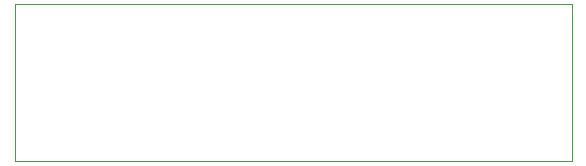
<source format=gbr>
%TF.GenerationSoftware,KiCad,Pcbnew,(6.0.4)*%
%TF.CreationDate,2022-08-07T05:46:57-04:00*%
%TF.ProjectId,duty_cycle,64757479-5f63-4796-936c-652e6b696361,rev?*%
%TF.SameCoordinates,Original*%
%TF.FileFunction,Profile,NP*%
%FSLAX46Y46*%
G04 Gerber Fmt 4.6, Leading zero omitted, Abs format (unit mm)*
G04 Created by KiCad (PCBNEW (6.0.4)) date 2022-08-07 05:46:57*
%MOMM*%
%LPD*%
G01*
G04 APERTURE LIST*
%TA.AperFunction,Profile*%
%ADD10C,0.100000*%
%TD*%
G04 APERTURE END LIST*
D10*
X106300000Y-84500000D02*
X153500000Y-84500000D01*
X153500000Y-84500000D02*
X153500000Y-97800000D01*
X153500000Y-97800000D02*
X106300000Y-97800000D01*
X106300000Y-97800000D02*
X106300000Y-84500000D01*
M02*

</source>
